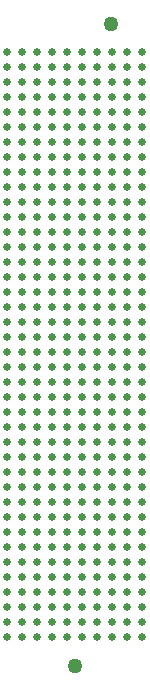
<source format=gtp>
G04 #@! TF.GenerationSoftware,KiCad,Pcbnew,5.0.0-rc3-6a2723a~65~ubuntu16.04.1*
G04 #@! TF.CreationDate,2019-04-26T01:55:19+06:00*
G04 #@! TF.ProjectId,ICE40ADP,49434534304144502E6B696361645F70,rev?*
G04 #@! TF.SameCoordinates,Original*
G04 #@! TF.FileFunction,Paste,Top*
G04 #@! TF.FilePolarity,Positive*
%FSLAX46Y46*%
G04 Gerber Fmt 4.6, Leading zero omitted, Abs format (unit mm)*
G04 Created by KiCad (PCBNEW 5.0.0-rc3-6a2723a~65~ubuntu16.04.1) date Fri Apr 26 01:55:19 2019*
%MOMM*%
%LPD*%
G01*
G04 APERTURE LIST*
%ADD10C,0.640000*%
%ADD11C,1.270000*%
G04 APERTURE END LIST*
D10*
G04 #@! TO.C,J5*
X149525000Y-78135000D03*
X149525000Y-79405000D03*
X149525000Y-80675000D03*
X149525000Y-81945000D03*
X149525000Y-83215000D03*
X149525000Y-84485000D03*
X149525000Y-85755000D03*
X149525000Y-87025000D03*
X149525000Y-88295000D03*
X149525000Y-89565000D03*
X149525000Y-90835000D03*
X149525000Y-92105000D03*
X149525000Y-93375000D03*
X149525000Y-94645000D03*
X149525000Y-95915000D03*
X149525000Y-97185000D03*
X149525000Y-98455000D03*
X149525000Y-99725000D03*
X149525000Y-100995000D03*
X149525000Y-102260000D03*
X149525000Y-127665000D03*
X149525000Y-126395000D03*
X149525000Y-125125000D03*
X149525000Y-123855000D03*
X149525000Y-122585000D03*
X149525000Y-121315000D03*
X149525000Y-120045000D03*
X149525000Y-118775000D03*
X149525000Y-117505000D03*
X149525000Y-116235000D03*
X149525000Y-114965000D03*
X149525000Y-113695000D03*
X149525000Y-112425000D03*
X149525000Y-111155000D03*
X149525000Y-109885000D03*
X149525000Y-108615000D03*
X149525000Y-107345000D03*
X149525000Y-106075000D03*
X149525000Y-104805000D03*
X149525000Y-103540000D03*
X148255000Y-103540000D03*
X148255000Y-104805000D03*
X148255000Y-106075000D03*
X148255000Y-107345000D03*
X148255000Y-108615000D03*
X148255000Y-109885000D03*
X148255000Y-111155000D03*
X148255000Y-112425000D03*
X148255000Y-113695000D03*
X148255000Y-114965000D03*
X148255000Y-116235000D03*
X148255000Y-117505000D03*
X148255000Y-118775000D03*
X148255000Y-120045000D03*
X148255000Y-121315000D03*
X148255000Y-122585000D03*
X148255000Y-123855000D03*
X148255000Y-125125000D03*
X148255000Y-126395000D03*
X148255000Y-127665000D03*
X148255000Y-102260000D03*
X148255000Y-100995000D03*
X148255000Y-99725000D03*
X148255000Y-98455000D03*
X148255000Y-97185000D03*
X148255000Y-95915000D03*
X148255000Y-94645000D03*
X148255000Y-93375000D03*
X148255000Y-92105000D03*
X148255000Y-90835000D03*
X148255000Y-89565000D03*
X148255000Y-88295000D03*
X148255000Y-87025000D03*
X148255000Y-85755000D03*
X148255000Y-84485000D03*
X148255000Y-83215000D03*
X148255000Y-81945000D03*
X148255000Y-80675000D03*
X148255000Y-79405000D03*
X148255000Y-78135000D03*
X143175000Y-78135000D03*
X143175000Y-79405000D03*
X143175000Y-80675000D03*
X143175000Y-81945000D03*
X143175000Y-83215000D03*
X143175000Y-84485000D03*
X143175000Y-85755000D03*
X143175000Y-87025000D03*
X143175000Y-88295000D03*
X143175000Y-89565000D03*
X143175000Y-90835000D03*
X143175000Y-92105000D03*
X143175000Y-93375000D03*
X143175000Y-94645000D03*
X143175000Y-95915000D03*
X143175000Y-97185000D03*
X143175000Y-98455000D03*
X143175000Y-99725000D03*
X143175000Y-100995000D03*
X143175000Y-102260000D03*
X143175000Y-127665000D03*
X143175000Y-126395000D03*
X143175000Y-125125000D03*
X143175000Y-123855000D03*
X143175000Y-122585000D03*
X143175000Y-121315000D03*
X143175000Y-120045000D03*
X143175000Y-118775000D03*
X143175000Y-117505000D03*
X143175000Y-116235000D03*
X143175000Y-114965000D03*
X143175000Y-113695000D03*
X143175000Y-112425000D03*
X143175000Y-111155000D03*
X143175000Y-109885000D03*
X143175000Y-108615000D03*
X143175000Y-107345000D03*
X143175000Y-106075000D03*
X143175000Y-104805000D03*
X143175000Y-103540000D03*
X144445000Y-103540000D03*
X144445000Y-104805000D03*
X144445000Y-106075000D03*
X144445000Y-107345000D03*
X144445000Y-108615000D03*
X144445000Y-109885000D03*
X144445000Y-111155000D03*
X144445000Y-112425000D03*
X144445000Y-113695000D03*
X144445000Y-114965000D03*
X144445000Y-116235000D03*
X144445000Y-117505000D03*
X144445000Y-118775000D03*
X144445000Y-120045000D03*
X144445000Y-121315000D03*
X144445000Y-122585000D03*
X144445000Y-123855000D03*
X144445000Y-125125000D03*
X144445000Y-126395000D03*
X144445000Y-127665000D03*
X144445000Y-102260000D03*
X144445000Y-100995000D03*
X144445000Y-99725000D03*
X144445000Y-98455000D03*
X144445000Y-97185000D03*
X144445000Y-95915000D03*
X144445000Y-94645000D03*
X144445000Y-93375000D03*
X144445000Y-92105000D03*
X144445000Y-90835000D03*
X144445000Y-89565000D03*
X144445000Y-88295000D03*
X144445000Y-87025000D03*
X144445000Y-85755000D03*
X144445000Y-84485000D03*
X144445000Y-83215000D03*
X144445000Y-81945000D03*
X144445000Y-80675000D03*
X144445000Y-79405000D03*
X144445000Y-78135000D03*
X150795000Y-78135000D03*
X150795000Y-79405000D03*
X150795000Y-80675000D03*
X150795000Y-81945000D03*
X150795000Y-83215000D03*
X150795000Y-84485000D03*
X150795000Y-85755000D03*
X150795000Y-87025000D03*
X150795000Y-88295000D03*
X150795000Y-89565000D03*
X150795000Y-90835000D03*
X150795000Y-92105000D03*
X150795000Y-93375000D03*
X150795000Y-94645000D03*
X150795000Y-95915000D03*
X150795000Y-97185000D03*
X150795000Y-98455000D03*
X150795000Y-99725000D03*
X150795000Y-100995000D03*
X150795000Y-102260000D03*
X150795000Y-103540000D03*
X150795000Y-104805000D03*
X150795000Y-106075000D03*
X150795000Y-107345000D03*
X150795000Y-108615000D03*
X150795000Y-109885000D03*
X150795000Y-111155000D03*
X150795000Y-112425000D03*
X150795000Y-113695000D03*
X150795000Y-114965000D03*
X150795000Y-116235000D03*
X150795000Y-117505000D03*
X150795000Y-118775000D03*
X150795000Y-120045000D03*
X150795000Y-121315000D03*
X150795000Y-122585000D03*
X150795000Y-123855000D03*
X150795000Y-125125000D03*
X150795000Y-126395000D03*
X150795000Y-127665000D03*
X152065000Y-78135000D03*
X152065000Y-79405000D03*
X152065000Y-80675000D03*
X152065000Y-81945000D03*
X152065000Y-83215000D03*
X152065000Y-84485000D03*
X152065000Y-85755000D03*
X152065000Y-87025000D03*
X152065000Y-88295000D03*
X152065000Y-89565000D03*
X152065000Y-90835000D03*
X152065000Y-92105000D03*
X152065000Y-93375000D03*
X152065000Y-94645000D03*
X152065000Y-95915000D03*
X152065000Y-97185000D03*
X152065000Y-98455000D03*
X152065000Y-99725000D03*
X152065000Y-100995000D03*
X152065000Y-102260000D03*
X152065000Y-103540000D03*
X152065000Y-104805000D03*
X152065000Y-106075000D03*
X152065000Y-107345000D03*
X152065000Y-108615000D03*
X152065000Y-109885000D03*
X152065000Y-111155000D03*
X152065000Y-112425000D03*
X152065000Y-113695000D03*
X152065000Y-114965000D03*
X152065000Y-116235000D03*
X152065000Y-117505000D03*
X152065000Y-118775000D03*
X152065000Y-120045000D03*
X152065000Y-121315000D03*
X152065000Y-122585000D03*
X152065000Y-123855000D03*
X152065000Y-125125000D03*
X152065000Y-126395000D03*
X152065000Y-127665000D03*
X146990000Y-78135000D03*
X146990000Y-79405000D03*
X146990000Y-80675000D03*
X146990000Y-81945000D03*
X146990000Y-83215000D03*
X146990000Y-84485000D03*
X146990000Y-85755000D03*
X146990000Y-87025000D03*
X146990000Y-88295000D03*
X146990000Y-89565000D03*
X146990000Y-90835000D03*
X146990000Y-92105000D03*
X146990000Y-93375000D03*
X146990000Y-94645000D03*
X146990000Y-95915000D03*
X146990000Y-97185000D03*
X146990000Y-98455000D03*
X146990000Y-99725000D03*
X146990000Y-100995000D03*
X146990000Y-102260000D03*
X146990000Y-103540000D03*
X146990000Y-104805000D03*
X146990000Y-106075000D03*
X146990000Y-107345000D03*
X146990000Y-108615000D03*
X146990000Y-109885000D03*
X146990000Y-111155000D03*
X146990000Y-112425000D03*
X146990000Y-113695000D03*
X146990000Y-114965000D03*
X146990000Y-116235000D03*
X146990000Y-117505000D03*
X146990000Y-118775000D03*
X146990000Y-120045000D03*
X146990000Y-121315000D03*
X146990000Y-122585000D03*
X146990000Y-123855000D03*
X146990000Y-125125000D03*
X146990000Y-126395000D03*
X146990000Y-127665000D03*
X145710000Y-78135000D03*
X145710000Y-79405000D03*
X145710000Y-80675000D03*
X145710000Y-81945000D03*
X145710000Y-83215000D03*
X145710000Y-84485000D03*
X145710000Y-85755000D03*
X145710000Y-87025000D03*
X145710000Y-88295000D03*
X145710000Y-89565000D03*
X145710000Y-90835000D03*
X145710000Y-92105000D03*
X145710000Y-93375000D03*
X145710000Y-94645000D03*
X145710000Y-95915000D03*
X145710000Y-97185000D03*
X145710000Y-98455000D03*
X145710000Y-99725000D03*
X145710000Y-100995000D03*
X145710000Y-102260000D03*
X145710000Y-103540000D03*
X145710000Y-104805000D03*
X145710000Y-106075000D03*
X145710000Y-107345000D03*
X145710000Y-108615000D03*
X145710000Y-109885000D03*
X145710000Y-111155000D03*
X145710000Y-112425000D03*
X145710000Y-113695000D03*
X145710000Y-114965000D03*
X145710000Y-116235000D03*
X145710000Y-117505000D03*
X145710000Y-118775000D03*
X145710000Y-120045000D03*
X145710000Y-121315000D03*
X145710000Y-122585000D03*
X145710000Y-123855000D03*
X145710000Y-125125000D03*
X145710000Y-126395000D03*
X145710000Y-127665000D03*
X141905000Y-78135000D03*
X141905000Y-79405000D03*
X141905000Y-80675000D03*
X141905000Y-81945000D03*
X141905000Y-83215000D03*
X141905000Y-84485000D03*
X141905000Y-85755000D03*
X141905000Y-87025000D03*
X141905000Y-88295000D03*
X141905000Y-89565000D03*
X141905000Y-90835000D03*
X141905000Y-92105000D03*
X141905000Y-93375000D03*
X141905000Y-94645000D03*
X141905000Y-95915000D03*
X141905000Y-97185000D03*
X141905000Y-98455000D03*
X141905000Y-99725000D03*
X141905000Y-100995000D03*
X141905000Y-102260000D03*
X141905000Y-103540000D03*
X141905000Y-104805000D03*
X141905000Y-106075000D03*
X141905000Y-107345000D03*
X141905000Y-108615000D03*
X141905000Y-109885000D03*
X141905000Y-111155000D03*
X141905000Y-112425000D03*
X141905000Y-113695000D03*
X141905000Y-114965000D03*
X141905000Y-116235000D03*
X141905000Y-117505000D03*
X141905000Y-118775000D03*
X141905000Y-120045000D03*
X141905000Y-121315000D03*
X141905000Y-122585000D03*
X141905000Y-123855000D03*
X141905000Y-125125000D03*
X141905000Y-126395000D03*
X141905000Y-127665000D03*
X140635000Y-78135000D03*
X140635000Y-79405000D03*
X140635000Y-80675000D03*
X140635000Y-81945000D03*
X140635000Y-83215000D03*
X140635000Y-84485000D03*
X140635000Y-85755000D03*
X140635000Y-87025000D03*
X140635000Y-88295000D03*
X140635000Y-89565000D03*
X140635000Y-90835000D03*
X140635000Y-92105000D03*
X140635000Y-93375000D03*
X140635000Y-94645000D03*
X140635000Y-95915000D03*
X140635000Y-97185000D03*
X140635000Y-98455000D03*
X140635000Y-99725000D03*
X140635000Y-100995000D03*
X140635000Y-102260000D03*
X140635000Y-103540000D03*
X140635000Y-104805000D03*
X140635000Y-106075000D03*
X140635000Y-107345000D03*
X140635000Y-108615000D03*
X140635000Y-109885000D03*
X140635000Y-111155000D03*
X140635000Y-112425000D03*
X140635000Y-113695000D03*
X140635000Y-114965000D03*
X140635000Y-116235000D03*
X140635000Y-117505000D03*
X140635000Y-118775000D03*
X140635000Y-120045000D03*
X140635000Y-121315000D03*
X140635000Y-122585000D03*
X140635000Y-123855000D03*
X140635000Y-125125000D03*
X140635000Y-126395000D03*
X140635000Y-127665000D03*
D11*
X146350000Y-130090000D03*
X149400000Y-75710000D03*
G04 #@! TD*
M02*

</source>
